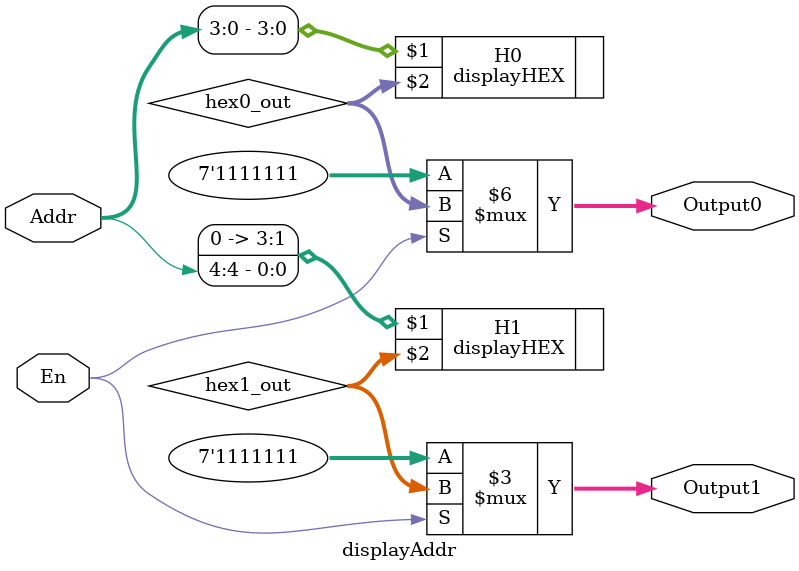
<source format=v>
module displayAddr (Addr, En, Output0, Output1);
	input [4:0] Addr;
	input En;
	output reg [6:0] Output0, Output1;
	
	wire [6:0] hex0_out, hex1_out;
	
	always begin
		if(En) begin
			Output0 = hex0_out;
			Output1 = hex1_out;
		end else begin
			Output0 = 7'b1111111; // turn off display
			Output1 = 7'b1111111; // turn off display
		end
	end
	
	displayHEX H0 (Addr[3:0], hex0_out);
	displayHEX H1 ({3'b0, Addr[4]}, hex1_out);
endmodule
</source>
